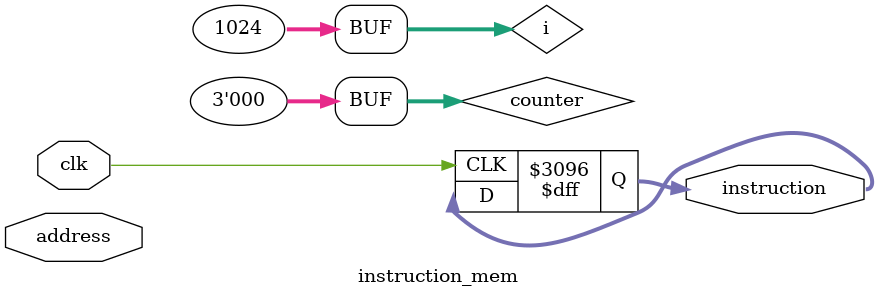
<source format=v>
`timescale 1ns / 1ps
module instruction_mem(clk,address,instruction);

input clk;
input [31:0]address;
output reg [127:0]instruction;

reg [31:0] mem[1023:0];
reg [2:0] counter;

integer i;//,counter;
initial
	begin
	counter=0;
	for(i=0;i<1024;i=i+1)
		begin
			mem[i]=i;
		end
end
		
always @(address<<28)
	begin 
	counter=0;
	end

always @(posedge clk)
	begin
	if(counter==4)
		begin 
		instruction={mem[(address >> 2)],mem[((address >> 2))+1],mem[((address >> 2))+2],mem[((address >> 2))+3]};
		counter=0;
		end
//	else		
	//	begin 
		counter=counter+1;	
		//end
	end	 
//$display("instruction=%d",instruction);
endmodule

</source>
